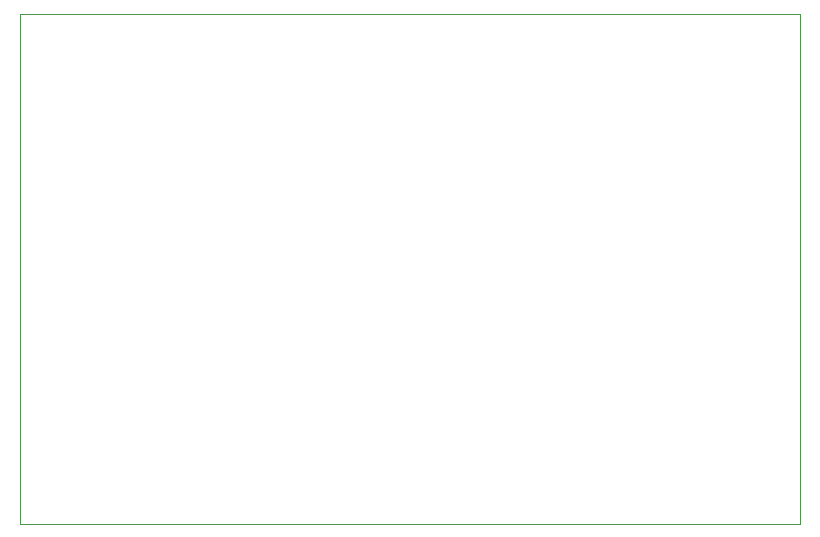
<source format=gm1>
G04 #@! TF.GenerationSoftware,KiCad,Pcbnew,(6.0.9)*
G04 #@! TF.CreationDate,2022-11-20T21:47:37+01:00*
G04 #@! TF.ProjectId,iCE40HX8K-EVB EXT2PMOD adapter,69434534-3048-4583-984b-2d4556422045,V1.0*
G04 #@! TF.SameCoordinates,Original*
G04 #@! TF.FileFunction,Profile,NP*
%FSLAX46Y46*%
G04 Gerber Fmt 4.6, Leading zero omitted, Abs format (unit mm)*
G04 Created by KiCad (PCBNEW (6.0.9)) date 2022-11-20 21:47:37*
%MOMM*%
%LPD*%
G01*
G04 APERTURE LIST*
G04 #@! TA.AperFunction,Profile*
%ADD10C,0.100000*%
G04 #@! TD*
G04 APERTURE END LIST*
D10*
X132080000Y-74930000D02*
X132080000Y-118110000D01*
X198120000Y-74930000D02*
X132080000Y-74930000D01*
X198120000Y-118110000D02*
X198120000Y-74930000D01*
X132080000Y-118110000D02*
X198120000Y-118110000D01*
M02*

</source>
